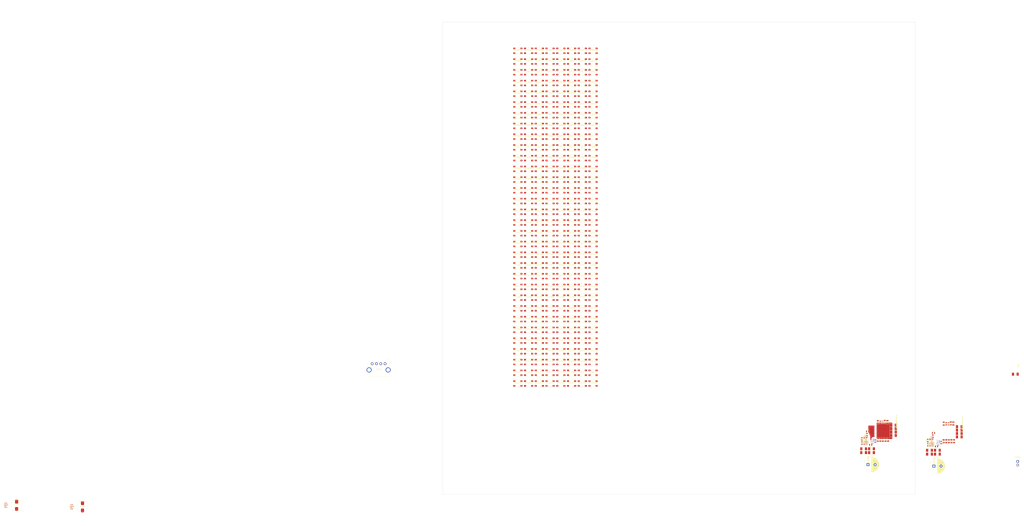
<source format=kicad_pcb>
(kicad_pcb (version 20211014) (generator pcbnew)
  (title_block (title "Shiny LED panel") (date "2022-11-16") (rev "0.1"))
  (layers (0 "F.Cu" signal) (1 "In1.Cu" signal) (2 "In2.Cu" signal) (31 "B.Cu" signal) (34 "B.Paste" user) (35 "F.Paste" user) (36 "B.SilkS" user "B.Silkscreen") (37 "F.SilkS" user "F.Silkscreen") (38 "B.Mask" user) (39 "F.Mask" user) (44 "Edge.Cuts" user))
  (net 0 "")
  (net 1 "GND")
  (net 2 "/Power Lane 0/PW_ENABLE")
  (net 3 "Net-(R201-Pad2)")
  (net 5 "/Power Lane 0/19V")
  (net 6 "Net-(C207-Pad1)")
  (net 7 "Net-(U201-Pad9)")
  (net 8 "Net-(C208-Pad1)")
  (net 9 "Net-(R203-Pad2)")
  (net 10 "Net-(R205-Pad1)")
  (net 11 "/Power Lane 0/POWER_OUT")
  (net 12 "Net-(U201-Pad6)")
  (net 13 "/Power Lane 0/PG")
  (net 14 "Net-(J3001-Pad2)")
  (net 15 "/Lane 0/LANE_POWER")
  (net 16 "Net-(C219-Pad2)")
  (net 17 "Net-(R212-Pad2)")
  (net 18 "Net-(U3001-Pad2)")
  (net 19 "Net-(U3002-Pad2)")
  (net 20 "Net-(U3003-Pad2)")
  (net 21 "Net-(U3004-Pad2)")
  (net 22 "Net-(U3005-Pad2)")
  (net 23 "Net-(U3006-Pad2)")
  (net 24 "Net-(U3007-Pad2)")
  (net 25 "Net-(U3008-Pad2)")
  (net 26 "Net-(U3009-Pad2)")
  (net 27 "Net-(U3010-Pad2)")
  (net 28 "Net-(U3011-Pad2)")
  (net 29 "Net-(U3012-Pad2)")
  (net 30 "Net-(U3013-Pad2)")
  (net 31 "Net-(U3014-Pad2)")
  (net 32 "Net-(U3015-Pad2)")
  (net 33 "Net-(U3016-Pad2)")
  (net 34 "Net-(U3017-Pad2)")
  (net 35 "Net-(U3017-Pad1)")
  (net 36 "Net-(U3018-Pad2)")
  (net 37 "Net-(U3019-Pad2)")
  (net 38 "Net-(U3020-Pad2)")
  (net 39 "Net-(U3021-Pad2)")
  (net 40 "Net-(U3022-Pad2)")
  (net 41 "Net-(U3023-Pad2)")
  (net 42 "Net-(U3024-Pad2)")
  (net 43 "Net-(U3025-Pad2)")
  (net 44 "Net-(U3026-Pad2)")
  (net 45 "Net-(U3027-Pad2)")
  (net 46 "Net-(U3028-Pad2)")
  (net 47 "Net-(U3029-Pad2)")
  (net 48 "Net-(U3030-Pad2)")
  (net 49 "Net-(U3031-Pad2)")
  (net 50 "Net-(U3032-Pad2)")
  (net 51 "Net-(U3033-Pad2)")
  (net 52 "Net-(U3033-Pad1)")
  (net 53 "Net-(U3034-Pad2)")
  (net 54 "Net-(U3035-Pad2)")
  (net 55 "Net-(U3036-Pad2)")
  (net 56 "Net-(U3037-Pad2)")
  (net 57 "Net-(U3038-Pad2)")
  (net 58 "Net-(U3039-Pad2)")
  (net 59 "Net-(U3040-Pad2)")
  (net 60 "Net-(U3041-Pad2)")
  (net 61 "Net-(U3042-Pad2)")
  (net 62 "Net-(U3043-Pad2)")
  (net 63 "Net-(U3044-Pad2)")
  (net 64 "Net-(U3045-Pad2)")
  (net 65 "Net-(U3046-Pad2)")
  (net 66 "Net-(U3047-Pad2)")
  (net 67 "Net-(U3048-Pad2)")
  (net 68 "Net-(U3049-Pad2)")
  (net 69 "Net-(U3049-Pad1)")
  (net 70 "Net-(U3050-Pad2)")
  (net 71 "Net-(U3051-Pad2)")
  (net 72 "Net-(U3052-Pad2)")
  (net 73 "Net-(U3053-Pad2)")
  (net 74 "Net-(U3054-Pad2)")
  (net 75 "Net-(U3055-Pad2)")
  (net 76 "Net-(U3056-Pad2)")
  (net 77 "Net-(U3057-Pad2)")
  (net 78 "Net-(U3058-Pad2)")
  (net 79 "Net-(U3059-Pad2)")
  (net 80 "Net-(U3060-Pad2)")
  (net 81 "Net-(U3061-Pad2)")
  (net 82 "Net-(U3062-Pad2)")
  (net 83 "Net-(U3063-Pad2)")
  (net 84 "Net-(U3064-Pad2)")
  (net 85 "Net-(U3065-Pad2)")
  (net 86 "Net-(U3065-Pad1)")
  (net 87 "Net-(U3066-Pad2)")
  (net 88 "Net-(U3067-Pad2)")
  (net 89 "Net-(U3068-Pad2)")
  (net 90 "Net-(U3069-Pad2)")
  (net 91 "Net-(U3070-Pad2)")
  (net 92 "Net-(U3071-Pad2)")
  (net 93 "Net-(U3072-Pad2)")
  (net 94 "Net-(U3073-Pad2)")
  (net 95 "Net-(U3074-Pad2)")
  (net 96 "Net-(U3075-Pad2)")
  (net 97 "Net-(U3076-Pad2)")
  (net 98 "Net-(U3077-Pad2)")
  (net 99 "Net-(U3078-Pad2)")
  (net 100 "Net-(U3079-Pad2)")
  (net 101 "Net-(U3080-Pad2)")
  (net 102 "Net-(U3081-Pad2)")
  (net 103 "Net-(U3081-Pad1)")
  (net 104 "Net-(U3082-Pad2)")
  (net 105 "Net-(U3083-Pad2)")
  (net 106 "Net-(U3084-Pad2)")
  (net 107 "Net-(U3085-Pad2)")
  (net 108 "Net-(U3086-Pad2)")
  (net 109 "Net-(U3087-Pad2)")
  (net 110 "Net-(U3088-Pad2)")
  (net 111 "Net-(U3089-Pad2)")
  (net 112 "Net-(U3090-Pad2)")
  (net 113 "Net-(U3091-Pad2)")
  (net 114 "Net-(U3092-Pad2)")
  (net 115 "Net-(U3093-Pad2)")
  (net 116 "Net-(U3094-Pad2)")
  (net 117 "Net-(U3095-Pad2)")
  (net 118 "Net-(U3096-Pad2)")
  (net 119 "Net-(U3097-Pad2)")
  (net 120 "Net-(U3097-Pad1)")
  (net 121 "Net-(U3098-Pad2)")
  (net 122 "Net-(U3099-Pad2)")
  (net 123 "Net-(U3100-Pad2)")
  (net 124 "Net-(U3101-Pad2)")
  (net 125 "Net-(U3102-Pad2)")
  (net 126 "Net-(U3103-Pad2)")
  (net 127 "Net-(U3104-Pad2)")
  (net 128 "Net-(U3105-Pad2)")
  (net 129 "Net-(U3106-Pad2)")
  (net 130 "Net-(U3107-Pad2)")
  (net 131 "Net-(U3108-Pad2)")
  (net 132 "Net-(U3109-Pad2)")
  (net 133 "Net-(U3110-Pad2)")
  (net 134 "Net-(U3111-Pad2)")
  (net 135 "Net-(U3112-Pad2)")
  (net 136 "Net-(U3113-Pad2)")
  (net 137 "Net-(U3113-Pad1)")
  (net 138 "Net-(U3114-Pad2)")
  (net 139 "Net-(U3115-Pad2)")
  (net 140 "Net-(U3116-Pad2)")
  (net 141 "Net-(U3117-Pad2)")
  (net 142 "Net-(U3118-Pad2)")
  (net 143 "Net-(U3119-Pad2)")
  (net 144 "Net-(U3120-Pad2)")
  (net 145 "Net-(U3121-Pad2)")
  (net 146 "Net-(U3122-Pad2)")
  (net 147 "Net-(U3123-Pad2)")
  (net 148 "Net-(U3124-Pad2)")
  (net 149 "Net-(U3125-Pad2)")
  (net 150 "Net-(U3126-Pad2)")
  (net 151 "/Lane 0/LANE_DIN")
  (net 152 "Net-(U3127-Pad2)")
  (net 153 "Net-(U3128-Pad2)")
  (net 154 "Net-(U3129-Pad2)")
  (net 155 "Net-(U3129-Pad1)")
  (net 156 "Net-(U3130-Pad2)")
  (net 157 "Net-(U3131-Pad2)")
  (net 158 "Net-(U3132-Pad2)")
  (net 159 "Net-(U3133-Pad2)")
  (net 160 "Net-(U3134-Pad2)")
  (net 161 "Net-(U3135-Pad2)")
  (net 162 "Net-(U3136-Pad2)")
  (net 163 "Net-(U3137-Pad2)")
  (net 164 "Net-(U3138-Pad2)")
  (net 165 "Net-(U3139-Pad2)")
  (net 166 "Net-(U3140-Pad2)")
  (net 167 "Net-(U3141-Pad2)")
  (net 168 "Net-(U3142-Pad2)")
  (net 169 "Net-(U3143-Pad2)")
  (net 170 "Net-(U3144-Pad2)")
  (net 171 "Net-(U3145-Pad2)")
  (net 172 "Net-(U3145-Pad1)")
  (net 173 "Net-(U3146-Pad2)")
  (net 174 "Net-(U3147-Pad2)")
  (net 175 "Net-(U3148-Pad2)")
  (net 176 "Net-(U3149-Pad2)")
  (net 177 "Net-(U3150-Pad2)")
  (net 178 "Net-(U3151-Pad2)")
  (net 179 "Net-(U3152-Pad2)")
  (net 180 "Net-(U3153-Pad2)")
  (net 181 "Net-(U3154-Pad2)")
  (net 182 "Net-(U3155-Pad2)")
  (net 183 "Net-(U3156-Pad2)")
  (net 184 "Net-(U3157-Pad2)")
  (net 185 "Net-(U3158-Pad2)")
  (net 186 "Net-(U3159-Pad2)")
  (net 187 "Net-(U3160-Pad2)")
  (net 188 "Net-(U3161-Pad2)")
  (net 189 "Net-(U3161-Pad1)")
  (net 190 "Net-(U3162-Pad2)")
  (net 191 "Net-(U3163-Pad2)")
  (net 192 "Net-(U3164-Pad2)")
  (net 193 "Net-(U3165-Pad2)")
  (net 194 "Net-(U3166-Pad2)")
  (net 195 "Net-(U3167-Pad2)")
  (net 196 "Net-(U3168-Pad2)")
  (net 197 "Net-(U3169-Pad2)")
  (net 198 "Net-(U3170-Pad2)")
  (net 199 "Net-(U3171-Pad2)")
  (net 200 "Net-(U3172-Pad2)")
  (net 201 "Net-(U3173-Pad2)")
  (net 202 "Net-(U3174-Pad2)")
  (net 203 "Net-(U3175-Pad2)")
  (net 204 "Net-(U3176-Pad2)")
  (net 205 "Net-(U3177-Pad2)")
  (net 206 "Net-(U3177-Pad1)")
  (net 207 "Net-(U3178-Pad2)")
  (net 208 "Net-(U3179-Pad2)")
  (net 209 "Net-(U3180-Pad2)")
  (net 210 "Net-(U3181-Pad2)")
  (net 211 "Net-(U3182-Pad2)")
  (net 212 "Net-(U3183-Pad2)")
  (net 213 "Net-(U3184-Pad2)")
  (net 214 "Net-(U3185-Pad2)")
  (net 215 "Net-(U3186-Pad2)")
  (net 216 "Net-(U3187-Pad2)")
  (net 217 "Net-(U3188-Pad2)")
  (net 218 "Net-(U3189-Pad2)")
  (net 219 "Net-(U3190-Pad2)")
  (net 220 "Net-(U3191-Pad2)")
  (net 221 "Net-(U3192-Pad2)")
  (net 222 "Net-(U3193-Pad2)")
  (net 223 "Net-(U3193-Pad1)")
  (net 224 "Net-(U3194-Pad2)")
  (net 225 "Net-(U3195-Pad2)")
  (net 226 "Net-(U3196-Pad2)")
  (net 227 "Net-(U3197-Pad2)")
  (net 228 "Net-(U3198-Pad2)")
  (net 229 "Net-(U3199-Pad2)")
  (net 230 "Net-(U3200-Pad2)")
  (net 231 "Net-(U3201-Pad2)")
  (net 232 "Net-(U3202-Pad2)")
  (net 233 "Net-(U3203-Pad2)")
  (net 234 "Net-(U3204-Pad2)")
  (net 235 "Net-(U3205-Pad2)")
  (net 236 "Net-(U3206-Pad2)")
  (net 237 "Net-(U3207-Pad2)")
  (net 238 "Net-(U3208-Pad2)")
  (net 239 "Net-(U3209-Pad2)")
  (net 240 "Net-(U3209-Pad1)")
  (net 241 "Net-(U3210-Pad2)")
  (net 242 "Net-(U3211-Pad2)")
  (net 243 "Net-(U3212-Pad2)")
  (net 244 "Net-(U3213-Pad2)")
  (net 245 "Net-(U3214-Pad2)")
  (net 246 "Net-(U3215-Pad2)")
  (net 247 "Net-(U3216-Pad2)")
  (net 248 "Net-(U3217-Pad2)")
  (net 249 "Net-(U3218-Pad2)")
  (net 250 "Net-(U3219-Pad2)")
  (net 251 "Net-(U3220-Pad2)")
  (net 252 "Net-(U3221-Pad2)")
  (net 253 "Net-(U3222-Pad2)")
  (net 254 "Net-(U3223-Pad2)")
  (net 255 "Net-(U3224-Pad2)")
  (net 256 "Net-(U3225-Pad2)")
  (net 257 "Net-(U3225-Pad1)")
  (net 258 "Net-(U3226-Pad2)")
  (net 259 "Net-(U3227-Pad2)")
  (net 260 "Net-(U3228-Pad2)")
  (net 261 "Net-(U3229-Pad2)")
  (net 262 "Net-(U3230-Pad2)")
  (net 263 "Net-(U3231-Pad2)")
  (net 264 "Net-(U3232-Pad2)")
  (net 265 "Net-(U3233-Pad2)")
  (net 266 "Net-(U3234-Pad2)")
  (net 267 "Net-(U3235-Pad2)")
  (net 268 "Net-(U3236-Pad2)")
  (net 269 "Net-(U3237-Pad2)")
  (net 270 "Net-(U3238-Pad2)")
  (net 271 "Net-(U3239-Pad2)")
  (net 272 "Net-(U3240-Pad2)")
  (net 273 "Net-(U3241-Pad2)")
  (net 274 "Net-(U3241-Pad1)")
  (net 275 "Net-(U3242-Pad2)")
  (net 276 "Net-(U3243-Pad2)")
  (net 277 "Net-(U3244-Pad2)")
  (net 278 "Net-(U3245-Pad2)")
  (net 279 "Net-(U3246-Pad2)")
  (net 280 "Net-(U3247-Pad2)")
  (net 281 "Net-(U3248-Pad2)")
  (net 282 "Net-(U3249-Pad2)")
  (net 283 "Net-(U3250-Pad2)")
  (net 284 "Net-(U3251-Pad2)")
  (net 285 "Net-(U3252-Pad2)")
  (net 286 "Net-(U3253-Pad2)")
  (net 287 "Net-(C407-Pad2)")
  (net 288 "Net-(C408-Pad1)")
  (net 289 "Net-(C410-Pad1)")
  (net 290 "/Power Lane 1/PW_ENABLE")
  (net 291 "Net-(R401-Pad2)")
  (net 292 "Net-(R403-Pad2)")
  (net 293 "Net-(R405-Pad1)")
  (net 294 "/Power Lane 1/PG")
  (net 295 "Net-(R408-Pad1)")
  (net 296 "/Power Lane 1/POWER_OUT")
  (net 298 "/Power Lane 0/SW")
  (net 299 "/Power Lane 0/POUT_SW")
  (net 300 "/Power Lane 1/SW")
  (net 301 "/Power Lane 1/POUT_SW")
  (net 302 "Net-(U3254-Pad2)")
  (net 303 "Net-(U3255-Pad2)")
  (footprint "WorldSemi:WS2812B_50x50" (layer "F.Cu") (at 219.4 231)
    (fp_text reference "U3190")
    (fp_text value "WS2812B")
  )
  (footprint "WorldSemi:WS2812B_50x50" (layer "F.Cu") (at 211.9 73.5)
    (fp_text reference "U3021")
    (fp_text value "WS2812B")
  )
  (footprint "WorldSemi:WS2812B_50x50" (layer "F.Cu") (at 219.4 58.5)
    (fp_text reference "U3006")
    (fp_text value "WS2812B")
  )
  (footprint "WorldSemi:WS2812B_50x50" (layer "F.Cu") (at 204.4 163.5)
    (fp_text reference "U3116")
    (fp_text value "WS2812B")
  )
  (footprint "General_SMD:SM1206" (layer "F.Cu") (at 529.209 284.48)
    (fp_text reference "R101")
    (fp_text value "RES_1206" hide)
  )
  (footprint "WorldSemi:WS2812B_50x50" (layer "F.Cu") (at 234.4 193.5)
    (fp_text reference "U3152")
    (fp_text value "WS2812B")
  )
  (footprint "WorldSemi:WS2812B_50x50" (layer "F.Cu") (at 234.4 171)
    (fp_text reference "U3128")
    (fp_text value "WS2812B")
  )
  (footprint "WorldSemi:WS2812B_50x50" (layer "F.Cu") (at 189.4 73.5)
    (fp_text reference "U3018")
    (fp_text value "WS2812B")
  )
  (footprint "WorldSemi:WS2812B_50x50" (layer "F.Cu") (at 181.9 66)
    (fp_text reference "U3009")
    (fp_text value "WS2812B")
  )
  (footprint "General_SMD:SM1206" (layer "F.Cu") (at 428.800001 339.3 180)
    (fp_text reference "C201")
    (fp_text value "10uF - 50V" hide)
  )
  (footprint "WorldSemi:WS2812B_50x50" (layer "F.Cu") (at 181.9 201)
    (fp_text reference "U3153")
    (fp_text value "WS2812B")
  )
  (footprint "General_SMD:SM1206" (layer "F.Cu") (at 444.099999 322.500001)
    (fp_text reference "R210")
    (fp_text value "0" hide)
  )
  (footprint "WorldSemi:WS2812B_50x50" (layer "F.Cu") (at 204.4 156)
    (fp_text reference "U3108")
    (fp_text value "WS2812B")
  )
  (footprint "WorldSemi:WS2812B_50x50" (layer "F.Cu") (at 234.4 148.5)
    (fp_text reference "U3104")
    (fp_text value "WS2812B")
  )
  (footprint "General_SMD:SM0603" (layer "F.Cu") (at 424.400001 328.900001)
    (fp_text reference "C219")
    (fp_text value "1uF" hide)
  )
  (footprint "WorldSemi:WS2812B_50x50" (layer "F.Cu") (at 181.9 171)
    (fp_text reference "U3121")
    (fp_text value "WS2812B")
  )
  (footprint "WorldSemi:WS2812B_50x50" (layer "F.Cu") (at 204.4 66)
    (fp_text reference "U3012")
    (fp_text value "WS2812B")
  )
  (footprint "WorldSemi:WS2812B_50x50" (layer "F.Cu") (at 196.9 73.5)
    (fp_text reference "U3019")
    (fp_text value "WS2812B")
  )
  (footprint "WorldSemi:WS2812B_50x50" (layer "F.Cu") (at 219.4 216)
    (fp_text reference "U3174")
    (fp_text value "WS2812B")
  )
  (footprint "WorldSemi:WS2812B_50x50" (layer "F.Cu") (at 234.4 276)
    (fp_text reference "U3240")
    (fp_text value "WS2812B")
  )
  (footprint "WorldSemi:WS2812B_50x50" (layer "F.Cu") (at 196.9 246)
    (fp_text reference "U3203")
    (fp_text value "WS2812B")
  )
  (footprint "WorldSemi:WS2812B_50x50" (layer "F.Cu") (at 204.4 148.5)
    (fp_text reference "U3100")
    (fp_text value "WS2812B")
  )
  (footprint "WorldSemi:WS2812B_50x50" (layer "F.Cu") (at 196.9 268.5)
    (fp_text reference "U3227")
    (fp_text value "WS2812B")
  )
  (footprint "WorldSemi:WS2812B_50x50" (layer "F.Cu") (at 189.4 103.5)
    (fp_text reference "U3050")
    (fp_text value "WS2812B")
  )
  (footprint "General_SMD:SM0402" (layer "F.Cu") (at 424.999999 332.3 90)
    (fp_text reference "R204")
    (fp_text value "43k" hide)
  )
  (footprint "WorldSemi:WS2812B_50x50" (layer "F.Cu") (at 211.9 216)
    (fp_text reference "U3173")
    (fp_text value "WS2812B")
  )
  (footprint "WorldSemi:WS2812B_50x50" (layer "F.Cu") (at 196.9 178.5)
    (fp_text reference "U3131")
    (fp_text value "WS2812B")
  )
  (footprint "WorldSemi:WS2812B_50x50" (layer "F.Cu") (at 204.4 238.5)
    (fp_text reference "U3196")
    (fp_text value "WS2812B")
  )
  (footprint "WorldSemi:WS2812B_50x50" (layer "F.Cu") (at 204.4 171)
    (fp_text reference "U3124")
    (fp_text value "WS2812B")
  )
  (footprint "WorldSemi:WS2812B_50x50" (layer "F.Cu") (at 234.4 253.5)
    (fp_text reference "U3216")
    (fp_text value "WS2812B")
  )
  (footprint "General_SMD:SM0805" (layer "F.Cu") (at 486.3365 331.3255 90)
    (fp_text reference "C415")
    (fp_text value "10uF - 16V" hide)
  )
  (footprint "General_SMD:SM0603" (layer "F.Cu") (at 428.2 333.900001 180)
    (fp_text reference "C206")
    (fp_text value "100nF" hide)
  )
  (footprint "WorldSemi:WS2812B_50x50" (layer "F.Cu") (at 181.9 223.5)
    (fp_text reference "U3177")
    (fp_text value "WS2812B")
  )
  (footprint "WorldSemi:WS2812B_50x50" (layer "F.Cu") (at 211.9 253.5)
    (fp_text reference "U3213")
    (fp_text value "WS2812B")
  )
  (footprint "WorldSemi:WS2812B_50x50" (layer "F.Cu") (at 211.9 96)
    (fp_text reference "U3045")
    (fp_text value "WS2812B")
  )
  (footprint "WorldSemi:WS2812B_50x50" (layer "F.Cu") (at 204.4 193.5)
    (fp_text reference "U3148")
    (fp_text value "WS2812B")
  )
  (footprint "WorldSemi:WS2812B_50x50" (layer "F.Cu") (at 226.9 276)
    (fp_text reference "U3239")
    (fp_text value "WS2812B")
  )
  (footprint "General_SMD:SM1206" (layer "F.Cu") (at 490.100001 321.1525)
    (fp_text reference "R414")
    (fp_text value "0" hide)
  )
  (footprint "Capacitor_THT:CP_Radial_D10.0mm_P5.00mm" (layer "F.Cu") (at 472.332324 348.752502)
    (fp_text reference "C401")
    (fp_text value "100uF")
  )
  (footprint "General_SMD:SM1206" (layer "F.Cu") (at 444.1 327.299999)
    (fp_text reference "R208")
    (fp_text value "0" hide)
  )
  (footprint "WorldSemi:WS2812B_50x50" (layer "F.Cu") (at 219.4 141)
    (fp_text reference "U3094")
    (fp_text value "WS2812B")
  )
  (footprint "WorldSemi:WS2812B_50x50" (layer "F.Cu") (at 226.9 96)
    (fp_text reference "U3047")
    (fp_text value "WS2812B")
  )
  (footprint "WorldSemi:WS2812B_50x50" (layer "F.Cu") (at 219.4 246)
    (fp_text reference "U3206")
    (fp_text value "WS2812B")
  )
  (footprint "WorldSemi:WS2812B_50x50" (layer "F.Cu") (at 196.9 111)
    (fp_text reference "U3059")
    (fp_text value "WS2812B")
  )
  (footprint "WorldSemi:WS2812B_50x50" (layer "F.Cu") (at 196.9 283.5)
    (fp_text reference "U3243")
    (fp_text value "WS2812B")
  )
  (footprint "WorldSemi:WS2812B_50x50" (layer "F.Cu") (at 234.4 126)
    (fp_text reference "U3080")
    (fp_text value "WS2812B")
  )
  (footprint "WorldSemi:WS2812B_50x50" (layer "F.Cu") (at 189.4 88.5)
    (fp_text reference "U3034")
    (fp_text value "WS2812B")
  )
  (footprint "WorldSemi:WS2812B_50x50" (layer "F.Cu") (at 204.4 178.5)
    (fp_text reference "U3132")
    (fp_text value "WS2812B")
  )
  (footprint "General_SMD:SM1206" (layer "F.Cu") (at 423.3 336.6)
    (fp_text reference "C202")
    (fp_text value "10uF - 50V" hide)
  )
  (footprint "General_SMD:SM0603" (layer "F.Cu") (at 481.000001 319.152501 -90)
    (fp_text reference "C420")
    (fp_text value "100nF" hide)
  )
  (footprint "WorldSemi:WS2812B_50x50" (layer "F.Cu") (at 219.4 88.5)
    (fp_text reference "U3038")
    (fp_text value "WS2812B")
  )
  (footprint "WorldSemi:WS2812B_50x50" (layer "F.Cu") (at 211.9 178.5)
    (fp_text reference "U3133")
    (fp_text value "WS2812B")
  )
  (footprint "WorldSemi:WS2812B_50x50" (layer "F.Cu") (at 196.9 291)
    (fp_text reference "U3251")
    (fp_text value "WS2812B")
  )
  (footprint "WorldSemi:WS2812B_50x50" (layer "F.Cu") (at 226.9 246)
    (fp_text reference "U3207")
    (fp_text value "WS2812B")
  )
  (footprint "WorldSemi:WS2812B_50x50" (layer "F.Cu") (at 211.9 58.5)
    (fp_text reference "U3005")
    (fp_text value "WS2812B")
  )
  (footprint "WorldSemi:WS2812B_50x50" (layer "F.Cu") (at 219.4 96)
    (fp_text reference "U3046")
    (fp_text value "WS2812B")
  )
  (footprint "WorldSemi:WS2812B_50x50" (layer "F.Cu") (at 219.4 163.5)
    (fp_text reference "U3118")
    (fp_text value "WS2812B")
  )
  (footprint "General_SMD:SM0402" (layer "F.Cu") (at 471 333.3525 90)
    (fp_text reference "R410")
    (fp_text value "43k" hide)
  )
  (footprint "WorldSemi:WS2812B_50x50" (layer "F.Cu") (at 189.4 163.5)
    (fp_text reference "U3114")
    (fp_text value "WS2812B")
  )
  (footprint "WorldSemi:WS2812B_50x50" (layer "F.Cu") (at 204.4 261)
    (fp_text reference "U3220")
    (fp_text value "WS2812B")
  )
  (footprint "WorldSemi:WS2812B_50x50" (layer "F.Cu") (at 204.4 223.5)
    (fp_text reference "U3180")
    (fp_text value "WS2812B")
  )
  (footprint "WorldSemi:WS2812B_50x50" (layer "F.Cu") (at 204.4 111)
    (fp_text reference "U3060")
    (fp_text value "WS2812B")
  )
  (footprint "WorldSemi:WS2812B_50x50" (layer "F.Cu") (at 211.9 276)
    (fp_text reference "U3237")
    (fp_text value "WS2812B")
  )
  (footprint "WorldSemi:WS2812B_50x50" (layer "F.Cu") (at 189.4 118.5)
    (fp_text reference "U3066")
    (fp_text value "WS2812B")
  )
  (footprint "WorldSemi:WS2812B_50x50" (layer "F.Cu") (at 234.4 163.5)
    (fp_text reference "U3120")
    (fp_text value "WS2812B")
  )
  (footprint "WorldSemi:WS2812B_50x50" (layer "F.Cu") (at 211.9 186)
    (fp_text reference "U3141")
    (fp_text value "WS2812B")
  )
  (footprint "WorldSemi:WS2812B_50x50" (layer "F.Cu") (at 196.9 261)
    (fp_text reference "U3219")
    (fp_text value "WS2812B")
  )
  (footprint "WorldSemi:WS2812B_50x50" (layer "F.Cu") (at 181.9 216)
    (fp_text reference "U3169")
    (fp_text value "WS2812B")
  )
  (footprint "General_SMD:SM1206" (layer "F.Cu") (at 490.1 323.552501)
    (fp_text reference "R413")
    (fp_text value "0" hide)
  )
  (footprint "General_SMD:SM0402" (layer "F.Cu") (at 471.000002 331.752501 -90)
    (fp_text reference "R409")
    (fp_text value "9.53k" hide)
  )
  (footprint "WorldSemi:WS2812B_50x50" (layer "F.Cu") (at 189.4 193.5)
    (fp_text reference "U3146")
    (fp_text value "WS2812B")
  )
  (footprint "WorldSemi:WS2812B_50x50" (layer "F.Cu") (at 219.4 156)
    (fp_text reference "U3110")
    (fp_text value "WS2812B")
  )
  (footprint "WorldSemi:WS2812B_50x50" (layer "F.Cu") (at 234.4 103.5)
    (fp_text reference "U3056")
    (fp_text value "WS2812B")
  )
  (footprint "WorldSemi:WS2812B_50x50" (layer "F.Cu") (at 189.4 126)
    (fp_text reference "U3074")
    (fp_text value "WS2812B")
  )
  (footprint "WorldSemi:WS2812B_50x50" (layer "F.Cu") (at 219.4 126)
    (fp_text reference "U3078")
    (fp_text value "WS2812B")
  )
  (footprint "WorldSemi:WS2812B_50x50" (layer "F.Cu") (at 204.4 283.5)
    (fp_text reference "U3244")
    (fp_text value "WS2812B")
  )
  (footprint "General_SMD:SM1206" (layer "F.Cu") (at 469.300001 337.6525)
    (fp_text reference "C403")
    (fp_text value "10uF - 50V" hide)
  )
  (footprint "WorldSemi:WS2812B_50x50" (layer "F.Cu") (at 234.4 66)
    (fp_text reference "U3016")
    (fp_text value "WS2812B")
  )
  (footprint "WorldSemi:WS2812B_50x50" (layer "F.Cu") (at 196.9 186)
    (fp_text reference "U3139")
    (fp_text value "WS2812B")
  )
  (footprint "General_SMD:SM0805" (layer "F.Cu") (at 484.184002 318.8795 -90)
    (fp_text reference "C417")
    (fp_text value "10uF - 16V" hide)
  )
  (footprint "General_SMD:SM0805" (layer "F.Cu") (at 434.9 330.300001 90)
    (fp_text reference "C210")
    (fp_text value "10uF - 16V" hide)
  )
  (footprint "WorldSemi:WS2812B_50x50" (layer "F.Cu") (at 234.4 208.5)
    (fp_text reference "U3168")
    (fp_text value "WS2812B")
  )
  (footprint "General_SMD:SM0603" (layer "F.Cu") (at 422.100001 329.7 90)
    (fp_text reference "R206")
    (fp_text value "NC" hide)
  )
  (footprint "WorldSemi:WS2812B_50x50" (layer "F.Cu") (at 196.9 96)
    (fp_text reference "U3043")
    (fp_text value "WS2812B")
  )
  (footprint "WorldSemi:WS2812B_50x50" (layer "F.Cu") (at 211.9 171)
    (fp_text reference "U3125")
    (fp_text value "WS2812B")
  )
  (footprint "WorldSemi:WS2812B_50x50" (layer "F.Cu") (at 189.4 178.5)
    (fp_text reference "U3130")
    (fp_text value "WS2812B")
  )
  (footprint "WorldSemi:WS2812B_50x50" (layer "F.Cu") (at 181.9 268.5)
    (fp_text reference "U3225")
    (fp_text value "WS2812B")
  )
  (footprint "WorldSemi:WS2812B_50x50" (layer "F.Cu") (at 181.9 193.5)
    (fp_text reference "U3145")
    (fp_text value "WS2812B")
  )
  (footprint "WorldSemi:WS2812B_50x50" (layer "F.Cu") (at 226.9 111)
    (fp_text reference "U3063")
    (fp_text value "WS2812B")
  )
  (footprint "WorldSemi:WS2812B_50x50" (layer "F.Cu") (at 196.9 133.5)
    (fp_text reference "U3083")
    (fp_text value "WS2812B")
  )
  (footprint "WorldSemi:WS2812B_50x50" (layer "F.Cu") (at 211.9 111)
    (fp_text reference "U3061")
    (fp_text value "WS2812B")
  )
  (footprint "WorldSemi:WS2812B_50x50" (layer "F.Cu") (at 181.9 103.5)
    (fp_text reference "U3049")
    (fp_text value "WS2812B")
  )
  (footprint "WorldSemi:WS2812B_50x50" (layer "F.Cu") (at 196.9 126)
    (fp_text reference "U3075")
    (fp_text value "WS2812B")
  )
  (footprint "WorldSemi:WS2812B_50x50" (layer "F.Cu") (at 204.4 208.5)
    (fp_text reference "U3164")
    (fp_text value "WS2812B")
  )
  (footprint "WorldSemi:WS2812B_50x50" (layer "F.Cu") (at 234.4 88.5)
    (fp_text reference "U3040")
    (fp_text value "WS2812B")
  )
  (footprint "WorldSemi:WS2812B_50x50" (layer "F.Cu") (at 204.4 291)
    (fp_text reference "U3252")
    (fp_text value "WS2812B")
  )
  (footprint "General_SMD:SM1206" (layer "F.Cu") (at 490.100001 328.352499)
    (fp_text reference "R411")
    (fp_text value "0" hide)
  )
  (footprint "WorldSemi:WS2812B_50x50" (layer "F.Cu") (at 234.4 223.5)
    (fp_text reference "U3184")
    (fp_text value "WS2812B")
  )
  (footprint "WorldSemi:WS2812B_50x50" (layer "F.Cu") (at 211.9 88.5)
    (fp_text reference "U3037")
    (fp_text value "WS2812B")
  )
  (footprint "WorldSemi:WS2812B_50x50" (layer "F.Cu") (at 226.9 268.5)
    (fp_text reference "U3231")
    (fp_text value "WS2812B")
  )
  (footprint "General_SMD:SM1206" (layer "F.Cu") (at 474.800002 340.3525 180)
    (fp_text reference "C402")
    (fp_text value "10uF - 50V" hide)
  )
  (footprint "WorldSemi:WS2812B_50x50" (layer "F.Cu") (at 189.4 156)
    (fp_text reference "U3106")
    (fp_text value "WS2812B")
  )
  (footprint "WorldSemi:WS2812B_50x50" (layer "F.Cu") (at 219.4 133.5)
    (fp_text reference "U3086")
    (fp_text value "WS2812B")
  )
  (footprint "WorldSemi:WS2812B_50x50" (layer "F.Cu") (at 204.4 141)
    (fp_text reference "U3092")
    (fp_text value "WS2812B")
  )
  (footprint "WorldSemi:WS2812B_50x50" (layer "F.Cu") (at 219.4 148.5)
    (fp_text reference "U3102")
    (fp_text value "WS2812B")
  )
  (footprint "WorldSemi:WS2812B_50x50" (layer "F.Cu") (at 181.9 88.5)
    (fp_text reference "U3033")
    (fp_text value "WS2812B")
  )
  (footprint "WorldSemi:WS2812B_50x50" (layer "F.Cu") (at 181.9 96)
    (fp_text reference "U3041")
    (fp_text value "WS2812B")
  )
  (footprint "WorldSemi:WS2812B_50x50" (layer "F.Cu") (at 226.9 171)
    (fp_text reference "U3127")
    (fp_text value "WS2812B")
  )
  (footprint "WorldSemi:WS2812B_50x50" (layer "F.Cu") (at 189.4 133.5)
    (fp_text reference "U3082")
    (fp_text value "WS2812B")
  )
  (footprint "WorldSemi:WS2812B_50x50" (layer "F.Cu") (at 226.9 118.5)
    (fp_text reference "U3071")
    (fp_text value "WS2812B")
  )
  (footprint "WorldSemi:WS2812B_50x50" (layer "F.Cu") (at 181.9 276)
    (fp_text reference "U3233")
    (fp_text value "WS2812B")
  )
  (footprint "WorldSemi:WS2812B_50x50" (layer "F.Cu") (at 219.4 253.5)
    (fp_text reference "U3214")
    (fp_text value "WS2812B")
  )
  (footprint "WorldSemi:WS2812B_50x50" (layer "F.Cu") (at 196.9 58.5)
    (fp_text reference "U3003")
    (fp_text value "WS2812B")
  )
  (footprint "WorldSemi:WS2812B_50x50" (layer "F.Cu") (at 226.9 73.5)
    (fp_text reference "U3023")
    (fp_text value "WS2812B")
  )
  (footprint "WorldSemi:WS2812B_50x50" (layer "F.Cu") (at 181.9 163.5)
    (fp_text reference "U3113")
    (fp_text value "WS2812B")
  )
  (footprint "WorldSemi:WS2812B_50x50" (layer "F.Cu") (at 204.4 231)
    (fp_text reference "U3188")
    (fp_text value "WS2812B")
  )
  (footprint "WorldSemi:WS2812B_50x50" (layer "F.Cu") (at 204.4 118.5)
    (fp_text reference "U3068")
    (fp_text value "WS2812B")
  )
  (footprint "WorldSemi:WS2812B_50x50" (layer "F.Cu") (at 226.9 208.5)
    (fp_text reference "U3167")
    (fp_text value "WS2812B")
  )
  (footprint "WorldSemi:WS2812B_50x50" (layer "F.Cu") (at 211.9 103.5)
    (fp_text reference "U3053")
    (fp_text value "WS2812B")
  )
  (footprint "WorldSemi:WS2812B_50x50" (layer "F.Cu") (at 211.9 148.5)
    (fp_text reference "U3101")
    (fp_text value "WS2812B")
  )
  (footprint "WorldSemi:WS2812B_50x50" (layer "F.Cu") (at 234.4 283.5)
    (fp_text reference "U3248")
    (fp_text value "WS2812B")
  )
  (footprint "WorldSemi:WS2812B_50x50" (layer "F.Cu") (at 234.4 291)
    (fp_text reference "U3256")
    (fp_text value "WS2812B")
  )
  (footprint "WorldSemi:WS2812B_50x50" (layer "F.Cu") (at 234.4 133.5)
    (fp_text reference "U3088")
    (fp_text value "WS2812B")
  )
  (footprint "WorldSemi:WS2812B_50x50" (layer "F.Cu") (at 196.9 163.5)
    (fp_text reference "U3115")
    (fp_text value "WS2812B")
  )
  (footprint "WorldSemi:WS2812B_50x50" (layer "F.Cu") (at 234.4 261)
    (fp_text reference "U3224")
    (fp_text value "WS2812B")
  )
  (footprint "WorldSemi:WS2812B_50x50" (layer "F.Cu") (at 204.4 246)
    (fp_text reference "U3204")
    (fp_text value "WS2812B")
  )
  (footprint "WorldSemi:WS2812B_50x50" (layer "F.Cu") (at 226.9 283.5)
    (fp_text reference "U3247")
    (fp_text value "WS2812B")
  )
  (footprint "WorldSemi:WS2812B_50x50" (layer "F.Cu") (at 211.9 223.5)
    (fp_text reference "U3181")
    (fp_text value "WS2812B")
  )
  (footprint "WorldSemi:WS2812B_50x50" (layer "F.Cu") (at 219.4 193.5)
    (fp_text reference "U3150")
    (fp_text value "WS2812B")
  )
  (footprint "WorldSemi:WS2812B_50x50" (layer "F.Cu") (at 204.4 268.5)
    (fp_text reference "U3228")
    (fp_text value "WS2812B")
  )
  (footprint "WorldSemi:WS2812B_50x50" (layer "F.Cu") (at 211.9 133.5)
    (fp_text reference "U3085")
    (fp_text value "WS2812B")
  )
  (footprint "QFN:MP8759_QFN12" (layer "F.Cu") (at -175.540001 376.1075)
    (fp_text reference "U201")
    (fp_text value "MP8759GD")
  )
  (footprint "WorldSemi:WS2812B_50x50" (layer "F.Cu") (at 196.9 171)
    (fp_text reference "U3123")
    (fp_text value "WS2812B")
  )
  (footprint "General_SMD:SM1206" (layer "F.Cu") (at 428.8 336.599999 180)
    (fp_text reference "C204")
    (fp_text value "10uF - 50V" hide)
  )
  (footprint "WorldSemi:WS2812B_50x50" (layer "F.Cu") (at 219.4 291)
    (fp_text reference "U3254")
    (fp_text value "WS2812B")
  )
  (footprint "WorldSemi:WS2812B_50x50" (layer "F.Cu") (at 234.4 111)
    (fp_text reference "U3064")
    (fp_text value "WS2812B")
  )
  (footprint "WorldSemi:WS2812B_50x50" (layer "F.Cu") (at 211.9 261)
    (fp_text reference "U3221")
    (fp_text value "WS2812B")
  )
  (footprint "WorldSemi:WS2812B_50x50" (layer "F.Cu") (at 226.9 88.5)
    (fp_text reference "U3039")
    (fp_text value "WS2812B")
  )
  (footprint "WorldSemi:WS2812B_50x50" (layer "F.Cu") (at 181.9 231)
    (fp_text reference "U3185")
    (fp_text value "WS2812B")
  )
  (footprint "WorldSemi:WS2812B_50x50" (layer "F.Cu") (at 219.4 73.5)
    (fp_text reference "U3022")
    (fp_text value "WS2812B")
  )
  (footprint "General_SMD:SM0805" (layer "F.Cu") (at 439.984 317.927001 -90)
    (fp_text reference "C214")
    (fp_text value "10uF - 16V" hide)
  )
  (footprint "WorldSemi:WS2812B_50x50" (layer "F.Cu") (at 204.4 96)
    (fp_text reference "U3044")
    (fp_text value "WS2812B")
  )
  (footprint "WorldSemi:WS2812B_50x50" (layer "F.Cu") (at 226.9 193.5)
    (fp_text reference "U3151")
    (fp_text value "WS2812B")
  )
  (footprint "WorldSemi:WS2812B_50x50" (layer "F.Cu") (at 234.4 238.5)
    (fp_text reference "U3200")
    (fp_text value "WS2812B")
  )
  (footprint "WorldSemi:WS2812B_50x50" (layer "F.Cu") (at 181.9 81)
    (fp_text reference "U3025")
    (fp_text value "WS2812B")
  )
  (footprint "WorldSemi:WS2812B_50x50" (layer "F.Cu") (at 189.4 283.5)
    (fp_text reference "U3242")
    (fp_text value "WS2812B")
  )
  (footprint "WorldSemi:WS2812B_50x50" (layer "F.Cu") (at 196.9 81)
    (fp_text reference "U3027")
    (fp_text value "WS2812B")
  )
  (footprint "WorldSemi:WS2812B_50x50" (layer "F.Cu") (at 181.9 111)
    (fp_text reference "U3057")
    (fp_text value "WS2812B")
  )
  (footprint "WorldSemi:WS2812B_50x50" (layer "F.Cu") (at 204.4 133.5)
    (fp_text reference "U3084")
    (fp_text value "WS2812B")
  )
  (footprint "WorldSemi:WS2812B_50x50" (layer "F.Cu") (at 196.9 238.5)
    (fp_text reference "U3195")
    (fp_text value "WS2812B")
  )
  (footprint "WorldSemi:WS2812B_50x50" (layer "F.Cu") (at 196.9 88.5)
    (fp_text reference "U3035")
    (fp_text value "WS2812B")
  )
  (footprint "WorldSemi:WS2812B_50x50" (layer "F.Cu") (at 189.4 148.5)
    (fp_text reference "U3098")
    (fp_text value "WS2812B")
  )
  (footprint "WorldSemi:WS2812B_50x50" (layer "F.Cu") (at 204.4 253.5)
    (fp_text reference "U3212")
    (fp_text value "WS2812B")
  )
  (footprint "WorldSemi:WS2812B_50x50" (layer "F.Cu") (at 189.4 208.5)
    (fp_text reference "U3162")
    (fp_text value "WS2812B")
  )
  (footprint "WorldSemi:WS2812B_50x50" (layer "F.Cu") (at 196.9 231)
    (fp_text reference "U3187")
    (fp_text value "WS2812B")
  )
  (footprint "WorldSemi:WS2812B_50x50" (layer "F.Cu") (at 211.9 231)
    (fp_text reference "U3189")
    (fp_text value "WS2812B")
  )
  (footprint "WorldSemi:WS2812B_50x50" (layer "F.Cu") (at 204.4 103.5)
    (fp_text reference "U3052")
    (fp_text value "WS2812B")
  )
  (footprint "WorldSemi:WS2812B_50x50" (layer "F.Cu") (at 181.9 178.5)
    (fp_text reference "U3129")
    (fp_text value "WS2812B")
  )
  (footprint "WorldSemi:WS2812B_50x50" (layer "F.Cu") (at 189.4 276)
    (fp_text reference "U3234")
    (fp_text value "WS2812B")
  )
  (footprint "WorldSemi:WS2812B_50x50" (layer "F.Cu") (at 204.4 126)
    (fp_text reference "U3076")
    (fp_text value "WS2812B")
  )
  (footprint "WorldSemi:WS2812B_50x50" (layer "F.Cu") (at 234.4 246)
    (fp_text reference "U3208")
    (fp_text value "WS2812B")
  )
  (footprint "General_SMD:SM0603" (layer "F.Cu") (at 436.500001 318.099999 -90)
    (fp_text reference "C217")
    (fp_text value "100nF" hide)
  )
  (footprint "WorldSemi:WS2812B_50x50" (layer "F.Cu") (at 181.9 133.5)
    (fp_text reference "U3081")
    (fp_text value "WS2812B")
  )
  (footprint "General_SMD:SM0603" (layer "F.Cu") (at 468.100002 330.7525 90)
    (fp_text reference "R407")
    (fp_text value "NC" hide)
  )
  (footprint "WorldSemi:WS2812B_50x50" (layer "F.Cu") (at 189.4 96)
    (fp_text reference "U3042")
    (fp_text value "WS2812B")
  )
  (footprint "QFN:MP8759_QFN12" (layer "F.Cu") (at -129.54 377.16)
    (fp_text reference "U557")
    (fp_text value "MP8759GD")
  )
  (footprint "WorldSemi:WS2812B_50x50" (layer "F.Cu") (at 219.4 171)
    (fp_text reference "U3126")
    (fp_text value "WS2812B")
  )
  (footprint "WorldSemi:WS2812B_50x50" (layer "F.Cu") (at 211.9 208.5)
    (fp_text reference "U3165")
    (fp_text value "WS2812B")
  )
  (footprint "WorldSemi:WS2812B_50x50" (layer "F.Cu") (at 219.4 81)
    (fp_text reference "U3030")
    (fp_text value "WS2812B")
  )
  (footprint "WorldSemi:WS2812B_50x50" (layer "F.Cu") (at 189.4 223.5)
    (fp_text reference "U3178")
    (fp_text value "WS2812B")
  )
  (footprint "WorldSemi:WS2812B_50x50" (layer "F.Cu") (at 211.9 201)
    (fp_text reference "U3157")
    (fp_text value "WS2812B")
  )
  (footprint "WorldSemi:WS2812B_50x50" (layer "F.Cu") (at 226.9 58.5)
    (fp_text reference "U3007")
    (fp_text value "WS2812B")
  )
  (footprint "WorldSemi:WS2812B_50x50" (layer "F.Cu") (at 234.4 178.5)
    (fp_text reference "U3136")
    (fp_text value "WS2812B")
  )
  (footprint "WorldSemi:WS2812B_50x50" (layer "F.Cu") (at 234.4 118.5)
    (fp_text reference "U3072")
    (fp_text value "WS2812B")
  )
  (footprint "General_SMD:SM1206" (layer "F.Cu") (at 444.100002 324.900001)
    (fp_text reference "R209")
    (fp_text value "0" hide)
  )
  (footprint "WorldSemi:WS2812B_50x50" (layer "F.Cu") (at 219.4 238.5)
    (fp_text reference "U3198")
    (fp_text value "WS2812B")
  )
  (footprint "WorldSemi:WS2812B_50x50" (layer "F.Cu") (at 189.4 238.5)
    (fp_text reference "U3194")
    (fp_text value "WS2812B")
  )
  (footprint "WorldSemi:WS2812B_50x50" (layer "F.Cu") (at 181.9 118.5)
    (fp_text reference "U3065")
    (fp_text value "WS2812B")
  )
  (footprint "General_SMD:SM0805" (layer "F.Cu") (at 433.284001 318.026999 -90)
    (fp_text reference "C216")
    (fp_text value "10uF - 16V" hide)
  )
  (footprint "WorldSemi:WS2812B_50x50" (layer "F.Cu") (at 196.9 156)
    (fp_text reference "U3107")
    (fp_text value "WS2812B")
  )
  (footprint "WorldSemi:WS2812B_50x50" (layer "F.Cu") (at 234.4 58.5)
    (fp_text reference "U3008")
    (fp_text value "WS2812B")
  )
  (footprint "WorldSemi:WS2812B_50x50" (layer "F.Cu") (at 181.9 73.5)
    (fp_text reference "U3017")
    (fp_text value "WS2812B")
  )
  (footprint "General_SMD:SM0805" (layer "F.Cu") (at 485.984001 318.979501 -90)
    (fp_text reference "C416")
    (fp_text value "10uF - 16V" hide)
  )
  (footprint "WorldSemi:WS2812B_50x50" (layer "F.Cu") (at 181.9 58.5)
    (fp_text reference "U3001")
    (fp_text value "WS2812B")
  )
  (footprint "WorldSemi:WS2812B_50x50" (layer "F.Cu") (at 226.9 223.5)
    (fp_text reference "U3183")
    (fp_text value "WS2812B")
  )
  (footprint "WorldSemi:WS2812B_50x50" (layer "F.Cu") (at 234.4 186)
    (fp_text reference "U3144")
    (fp_text value "WS2812B")
  )
  (footprint "WorldSemi:WS2812B_50x50" (layer "F.Cu") (at 219.4 223.5)
    (fp_text reference "U3182")
    (fp_text value "WS2812B")
  )
  (footprint "WorldSemi:WS2812B_50x50" (layer "F.Cu") (at 211.9 81)
    (fp_text reference "U3029")
    (fp_text value "WS2812B")
  )
  (footprint "General_SMD:SM0603" (layer "F.Cu") (at 470.400002 329.952501)
    (fp_text reference "C407")
    (fp_text value "1uF" hide)
  )
  (footprint "General_SMD:SM0603" (layer "F.Cu") (at 426.100003 324.5)
    (fp_text reference "C207")
    (fp_text value "220nF" hide)
  )
  (footprint "WorldSemi:WS2812B_50x50" (layer "F.Cu") (at 204.4 88.5)
    (fp_text reference "U3036")
    (fp_text value "WS2812B")
  )
  (footprint "WorldSemi:WS2812B_50x50" (layer "F.Cu") (at 189.4 66)
    (fp_text reference "U3010")
    (fp_text value "WS2812B")
  )
  (footprint "General_SMD:SM0805" (layer "F.Cu") (at 484.536502 331.3255 90)
    (fp_text reference "C414")
    (fp_text value "10uF - 16V" hide)
  )
  (footprint "General_SMD:SM0805" (layer "F.Cu") (at 479.1 331.3525 90)
    (fp_text reference "C411")
    (fp_text value "10uF - 16V" hide)
  )
  (footprint "WorldSemi:WS2812B_50x50" (layer "F.Cu") (at 211.9 291)
    (fp_text reference "U3253")
    (fp_text value "WS2812B")
  )
  (footprint "WorldSemi:WS2812B_50x50" (layer "F.Cu") (at 181.9 253.5)
    (fp_text reference "U3209")
    (fp_text value "WS2812B")
  )
  (footprint "WorldSemi:WS2812B_50x50" (layer "F.Cu") (at 226.9 186)
    (fp_text reference "U3143")
    (fp_text value "WS2812B")
  )
  (footprint "General_SMD:SM1206" (layer "F.Cu") (at 490.100003 325.952501)
    (fp_text reference "R412")
    (fp_text value "0" hide)
  )
  (footprint "WorldSemi:WS2812B_50x50" (layer "F.Cu") (at 211.9 118.5)
    (fp_text reference "U3069")
    (fp_text value "WS2812B")
  )
  (footprint "WorldSemi:WS2812B_50x50" (layer "F.Cu") (at 211.9 141)
    (fp_text reference "U3093")
    (fp_text value "WS2812B")
  )
  (footprint "WorldSemi:WS2812B_50x50" (layer "F.Cu") (at 196.9 141)
    (fp_text reference "U3091")
    (fp_text value "WS2812B")
  )
  (footprint "WorldSemi:WS2812B_50x50" (layer "F.Cu") (at 189.4 201)
    (fp_text reference "U3154")
    (fp_text value "WS2812B")
  )
  (footprint "WorldSemi:WS2812B_50x50" (layer "F.Cu") (at 219.4 111)
    (fp_text reference "U3062")
    (fp_text value "WS2812B")
  )
  (footprint "General_SMD:SM0805" (layer "F.Cu") (at 436.699999 330.3 90)
    (fp_text reference "C211")
    (fp_text value "10uF - 16V" hide)
  )
  (footprint "WorldSemi:WS2812B_50x50" (layer "F.Cu") (at 211.9 193.5)
    (fp_text reference "U3149")
    (fp_text value "WS2812B")
  )
  (footprint "General_SMD:SM0603" (layer "F.Cu") (at 468.9 332.8525 180)
    (fp_text reference "R408")
    (fp_text value "NC" hide)
  )
  (footprint "WorldSemi:WS2812B_50x50" (layer "F.Cu") (at 204.4 201)
    (fp_text reference "U3156")
    (fp_text value "WS2812B")
  )
  (footprint "WorldSemi:WS2812B_50x50" (layer "F.Cu") (at 189.4 171)
    (fp_text reference "U3122")
    (fp_text value "WS2812B")
  )
  (footprint "WorldSemi:WS2812B_50x50" (layer "F.Cu") (at 196.9 66)
    (fp_text reference "U3011")
    (fp_text value "WS2812B")
  )
  (footprint "WorldSemi:WS2812B_50x50" (layer "F.Cu") (at 226.9 291)
    (fp_text reference "U3255")
    (fp_text value "WS2812B")
  )
  (footprint "WorldSemi:WS2812B_50x50" (layer "F.Cu") (at 234.4 141)
    (fp_text reference "U3096")
    (fp_text value "WS2812B")
  )
  (footprint "General_SMD:SM0805" (layer "F.Cu") (at 482.7 331.3525 90)
    (fp_text reference "C413")
    (fp_text value "10uF - 16V" hide)
  )
  (footprint "General_SMD:SM0805" (layer "F.Cu") (at 438.536501 330.273 90)
    (fp_text reference "C212")
    (fp_text value "10uF - 16V" hide)
  )
  (footprint "WorldSemi:WS2812B_50x50" (layer "F.Cu") (at 189.4 111)
    (fp_text reference "U3058")
    (fp_text value "WS2812B")
  )
  (footprint "WorldSemi:WS2812B_50x50" (layer "F.Cu") (at 234.4 268.5)
    (fp_text reference "U3232")
    (fp_text value "WS2812B")
  )
  (footprint "WorldSemi:WS2812B_50x50" (layer "F.Cu") (at 181.9 283.5)
    (fp_text reference "U3241")
    (fp_text value "WS2812B")
  )
  (footprint "WorldSemi:WS2812B_50x50" (layer "F.Cu") (at 211.9 126)
    (fp_text reference "U3077")
    (fp_text value "WS2812B")
  )
  (footprint "WorldSemi:WS2812B_50x50" (layer "F.Cu") (at 226.9 238.5)
    (fp_text reference "U3199")
    (fp_text value "WS2812B")
  )
  (footprint "WorldSemi:WS2812B_50x50" (layer "F.Cu") (at 226.9 253.5)
    (fp_text reference "U3215")
    (fp_text value "WS2812B")
  )
  (footprint "WorldSemi:WS2812B_50x50" (layer "F.Cu") (at 211.9 268.5)
    (fp_text reference "U3229")
    (fp_text value "WS2812B")
  )
  (footprint "WorldSemi:WS2812B_50x50" (layer "F.Cu") (at 189.4 216)
    (fp_text reference "U3170")
    (fp_text value "WS2812B")
  )
  (footprint "WorldSemi:WS2812B_50x50" (layer "F.Cu") (at 181.9 246)
    (fp_text reference "U3201")
    (fp_text value "WS2812B")
  )
  (footprint "WorldSemi:WS2812B_50x50" (layer "F.Cu") (at 219.4 66)
    (fp_text reference "U3014")
    (fp_text value "WS2812B")
  )
  (footprint "WorldSemi:WS2812B_50x50" (layer "F.Cu") (at 226.9 156)
    (fp_text reference "U3111")
    (fp_text value "WS2812B")
  )
  (footprint "WorldSemi:WS2812B_50x50" (layer "F.Cu") (at 219.4 178.5)
    (fp_text reference "U3134")
    (fp_text value "WS2812B")
  )
  (footprint "WorldSemi:WS2812B_50x50" (layer "F.Cu") (at 196.9 201)
    (fp_text reference "U3155")
    (fp_text value "WS2812B")
  )
  (footprint "WorldSemi:WS2812B_50x50" (layer "F.Cu") (at 181.9 291)
    (fp_text reference "U3249")
    (fp_text value "WS2812B")
  )
  (footprint "WorldSemi:WS2812B_50x50" (layer "F.Cu") (at 219.4 268.5)
    (fp_text reference "U3230")
    (fp_text value "WS2812B")
  )
  (footprint "WorldSemi:WS2812B_50x50" (layer "F.Cu") (at 196.9 253.5)
    (fp_text reference "U3211")
    (fp_text value "WS2812B")
  )
  (footprint "WorldSemi:WS2812B_50x50" (layer "F.Cu") (at 181.9 148.5)
    (fp_text reference "U3097")
    (fp_text value "WS2812B")
  )
  (footprint "WorldSemi:WS2812B_50x50" (layer "F.Cu") (at 226.9 66)
    (fp_text reference "U3015")
    (fp_text value "WS2812B")
  )
  (footprint "WorldSemi:WS2812B_50x50" (layer "F.Cu") (at 219.4 208.5)
    (fp_text reference "U3166")
    (fp_text value "WS2812B")
  )
  (footprint "General_SMD:SM1206" (layer "F.Cu") (at 469.300002 340.352501)
    (fp_text reference "C404")
    (fp_text value "10uF - 50V" hide)
  )
  (footprint "WorldSemi:WS2812B_50x50" (layer "F.Cu") (at 219.4 276)
    (fp_text reference "U3238")
    (fp_text value "WS2812B")
  )
  (footprint "WorldSemi:WS2812B_50x50" (layer "F.Cu") (at 234.4 73.5)
    (fp_text reference "U3024")
    (fp_text value "WS2812B")
  )
  (footprint "WorldSemi:WS2812B_50x50" (layer "F.Cu") (at 189.4 186)
    (fp_text reference "U3138")
    (fp_text value "WS2812B")
  )
  (footprint "WorldSemi:WS2812B_50x50" (layer "F.Cu") (at 219.4 201)
    (fp_text reference "U3158")
    (fp_text value "WS2812B")
  )
  (footprint "WorldSemi:WS2812B_50x50" (layer "F.Cu") (at 189.4 246)
    (fp_text reference "U3202")
    (fp_text value "WS2812B")
  )
  (footprint "WorldSemi:WS2812B_50x50" (layer "F.Cu") (at 226.9 178.5)
    (fp_text reference "U3135")
    (fp_text value "WS2812B")
  )
  (footprint "WorldSemi:WS2812B_50x50" (layer "F.Cu") (at 226.9 148.5)
    (fp_text reference "U3103")
    (fp_text value "WS2812B")
  )
  (footprint "WorldSemi:WS2812B_50x50" (layer "F.Cu") (at 196.9 223.5)
    (fp_text reference "U3179")
    (fp_text value "WS2812B")
  )
  (footprint "General_SMD:SM0603" (layer "F.Cu") (at 422.899999 331.8 180)
    (fp_text reference "R207")
    (fp_text value "NC" hide)
  )
  (footprint "WorldSemi:WS2812B_50x50" (layer "F.Cu") (at 226.9 103.5)
    (fp_text reference "U3055")
    (fp_text value "WS2812B")
  )
  (footprint "WorldSemi:WS2812B_50x50" (layer "F.Cu") (at 226.9 216)
    (fp_text reference "U3175")
    (fp_text value "WS2812B")
  )
  (footprint "WorldSemi:WS2812B_50x50" (layer "F.Cu") (at 189.4 268.5)
    (fp_text reference "U3226")
    (fp_text value "WS2812B")
  )
  (footprint "Capacitor_THT:CP_Radial_D10.0mm_P5.00mm" (layer "F.Cu") (at 426.332323 347.700002)
    (fp_text reference "C205")
    (fp_text value "100uF")
  )
  (footprint "WorldSemi:WS2812B_50x50" (layer "F.Cu") (at 181.9 186)
    (fp_text reference "U3137")
    (fp_text value "WS2812B")
  )
  (footprint "WorldSemi:WS2812B_50x50" (layer "F.Cu") (at 234.4 216)
    (fp_text reference "U3176")
    (fp_text value "WS2812B")
  )
  (footprint "WorldSemi:WS2812B_50x50" (layer "F.Cu") (at 196.9 193.5)
    (fp_text reference "U3147")
    (fp_text value "WS2812B")
  )
  (footprint "WorldSemi:WS2812B_50x50" (layer "F.Cu") (at 226.9 231)
    (fp_text reference "U3191")
    (fp_text value "WS2812B")
  )
  (footprint "WorldSemi:WS2812B_50x50" (layer "F.Cu") (at 226.9 201)
    (fp_text reference "U3159")
    (fp_text value "WS2812B")
  )
  (footprint "General_SMD:SM0805" (layer "F.Cu") (at 479.284002 319.079499 -90)
    (fp_text reference "C418")
    (fp_text value "10uF - 16V" hide)
  )
  (footprint "WorldSemi:WS2812B_50x50" (layer "F.Cu") (at 226.9 163.5)
    (fp_text reference "U3119")
    (fp_text value "WS2812B")
  )
  (footprint "WorldSemi:WS2812B_50x50" (layer "F.Cu") (at 211.9 156)
    (fp_text reference "U3109")
    (fp_text value "WS2812B")
  )
  (footprint "General_SMD:SM0603" (layer "F.Cu") (at 425.6 326.700001 90)
    (fp_text reference "R205")
    (fp_text value "3.3" hide)
  )
  (footprint "Wurth:WE-HCI_7x7x3.8mm" (layer "F.Cu") (at -122.04 377.16)
    (fp_text reference "U558")
    (fp_text value "IND_SMALL")
  )
  (footprint "General_SMD:SM1206" (layer "F.Cu") (at 444.1 320.1)
    (fp_text reference "R211")
    (fp_text value "0" hide)
  )
  (footprint "WorldSemi:WS2812B_50x50" (layer "F.Cu") (at 181.9 156)
    (fp_text reference "U3105")
    (fp_text value "WS2812B")
  )
  (footprint "WorldSemi:WS2812B_50x50" (layer "F.Cu") (at 234.4 81)
    (fp_text reference "U3032")
    (fp_text value "WS2812B")
  )
  (footprint "WorldSemi:WS2812B_50x50" (layer "F.Cu") (at 204.4 73.5)
    (fp_text reference "U3020")
    (fp_text value "WS2812B")
  )
  (footprint "WorldSemi:WS2812B_50x50" (layer "F.Cu") (at 234.4 96)
    (fp_text reference "U3048")
    (fp_text value "WS2812B")
  )
  (footprint "General_SMD:SM0402" (layer "F.Cu") (at 425.000001 330.700001 -90)
    (fp_text reference "R203")
    (fp_text value "9.53k" hide)
  )
  (footprint "WorldSemi:WS2812B_50x50" (layer "F.Cu") (at 226.9 261)
    (fp_text reference "U3223")
    (fp_text value "WS2812B")
  )
  (footprint "General_SMD:SM0805" (layer "F.Cu") (at 480.900001 331.352501 90)
    (fp_text reference "C412")
    (fp_text value "10uF - 16V" hide)
  )
  (footprint "WorldSemi:WS2812B_50x50" (layer "F.Cu") (at 196.9 118.5)
    (fp_text reference "U3067")
    (fp_text value "WS2812B")
  )
  (footprint "WorldSemi:WS2812B_50x50" (layer "F.Cu") (at 181.9 261)
    (fp_text reference "U3217")
    (fp_text value "WS2812B")
  )
  (footprint "WorldSemi:WS2812B_50x50" (layer "F.Cu") (at 196.9 103.5)
    (fp_text reference "U3051")
    (fp_text value "WS2812B")
  )
  (footprint "WorldSemi:WS2812B_50x50" (layer "F.Cu") (at 234.4 201)
    (fp_text reference "U3160")
    (fp_text value "WS2812B")
  )
  (footprint "WorldSemi:WS2812B_50x50" (layer "F.Cu") (at 211.9 163.5)
    (fp_text reference "U3117")
    (fp_text value "WS2812B")
  )
  (footprint "General_SMD:SM0603" (layer "F.Cu") (at 471.600001 327.752501 90)
    (fp_text reference "R405")
    (fp_text value "3.3" hide)
  )
  (footprint "General_SMD:SM0805" (layer "F.Cu") (at 440.336499 330.273 90)
    (fp_text reference "C213")
    (fp_text value "10uF - 16V" hide)
  )
  (footprint "WorldSemi:WS2812B_50x50" (layer "F.Cu") (at 234.4 231)
    (fp_text reference "U3192")
    (fp_text value "WS2812B")
  )
  (footprint "WorldSemi:WS2812B_50x50" (layer "F.Cu") (at 211.9 283.5)
    (fp_text reference "U3245")
    (fp_text value "WS2812B")
  )
  (footprint "WorldSemi:WS2812B_50x50" (layer "F.Cu") (at 181.9 126)
    (fp_text reference "U3073")
    (fp_text value "WS2812B")
  )
  (footprint "WorldSemi:WS2812B_50x50" (layer "F.Cu") (at 181.9 208.5)
    (fp_text reference "U3161")
    (fp_text value "WS2812B")
  )
  (footprint "WorldSemi:WS2812B_50x50" (layer "F.Cu") (at 219.4 186)
    (fp_text reference "U3142")
    (fp_text value "WS2812B")
  )
  (footprint "WorldSemi:WS2812B_50x50" (layer "F.Cu") (at 196.9 216)
    (fp_text reference "U3171")
    (fp_text value "WS2812B")
  )
  (footprint "WorldSemi:WS2812B_50x50" (layer "F.Cu") (at 226.9 133.5)
    (fp_text reference "U3087")
    (fp_text value "WS2812B")
  )
  (footprint "WorldSemi:WS2812B_50x50" (layer "F.Cu") (at 211.9 238.5)
    (fp_text reference "U3197")
    (fp_text value "WS2812B")
  )
  (footprint "General_SMD:SM0603" (layer "F.Cu") (at 422.899999 333.4)
    (fp_text reference "C208")
    (fp_text value "NC" hide)
  )
  (footprint "WorldSemi:WS2812B_50x50" (layer "F.Cu") (at 189.4 58.5)
    (fp_text reference "U3002")
    (fp_text value "WS2812B")
  )
  (footprint "General_SMD:SM0603" (layer "F.Cu") (at 435 318.100001 -90)
    (fp_text reference "C218")
    (fp_text value "100nF" hide)
  )
  (footprint "WorldSemi:WS2812B_50x50" (layer "F.Cu") (at 226.9 126)
    (fp_text reference "U3079")
    (fp_text value "WS2812B")
  )
  (footprint "General_SMD:SM0805" (layer "F.Cu") (at 433.099999 330.3 90)
    (fp_text reference "C209")
    (fp_text value "10uF - 16V" hide)
  )
  (footprint "General_SMD:SM0805" (layer "F.Cu") (at 438.184001 317.827 -90)
    (fp_text reference "C215")
    (fp_text value "10uF - 16V" hide)
  )
  (footprint "Wurth:WE-HCI_7x7x3.8mm" (layer "F.Cu") (at -168.040001 376.1075)
    (fp_text reference "U202")
    (fp_text value "IND_SMALL")
  )
  (footprint "WorldSemi:WS2812B_50x50" (layer "F.Cu") (at 204.4 186)
    (fp_text reference "U3140")
    (fp_text value "WS2812B")
  )
  (footprint "WorldSemi:WS2812B_50x50" (layer "F.Cu") (at 211.9 246)
    (fp_text reference "U3205")
    (fp_text value "WS2812B")
  )
  (footprint "WorldSemi:WS2812B_50x50" (layer "F.Cu") (at 189.4 261)
    (fp_text reference "U3218")
    (fp_text value "WS2812B")
  )
  (footprint "WorldSemi:WS2812B_50x50" (layer "F.Cu") (at 204.4 58.5)
    (fp_text reference "U3004")
    (fp_text value "WS2812B")
  )
  (footprint "General_SMD:SM0603" (layer "F.Cu") (at 472.100004 325.5525)
    (fp_text reference "C408")
    (fp_text value "220nF" hide)
  )
  (footprint "WorldSemi:WS2812B_50x50" (layer "F.Cu") (at 181.9 141)
    (fp_text reference "U3089")
    (fp_text value "WS2812B")
  )
  (footprint "WorldSemi:WS2812B_50x50" (layer "F.Cu") (at 234.4 156)
    (fp_text reference "U3112")
    (fp_text value "WS2812B")
  )
  (footprint "WorldSemi:WS2812B_50x50" (layer "F.Cu") (at 219.4 103.5)
    (fp_text reference "U3054")
    (fp_text value "WS2812B")
  )
  (footprint "WorldSemi:WS2812B_50x50" (layer "F.Cu") (at 189.4 291)
    (fp_text reference "U3250")
    (fp_text value "WS2812B")
  )
  (footprint "WorldSemi:WS2812B_50x50" (layer "F.Cu") (at 219.4 283.5)
    (fp_text reference "U3246")
    (fp_text value "WS2812B")
  )
  (footprint "WorldSemi:WS2812B_50x50" (layer "F.Cu") (at 189.4 141)
    (fp_text reference "U3090")
    (fp_text value "WS2812B")
  )
  (footprint "WorldSemi:WS2812B_50x50" (layer "F.Cu") (at 196.9 148.5)
    (fp_text reference "U3099")
    (fp_text value "WS2812B")
  )
  (footprint "General_SMD:SM1206" (layer "F.Cu") (at 423.300001 339.300001)
    (fp_text reference "C203")
    (fp_text value "10uF - 50V" hide)
  )
  (footprint "WorldSemi:WS2812B_50x50" (layer "F.Cu") (at 204.4 216)
    (fp_text reference "U3172")
    (fp_text value "WS2812B")
  )
  (footprint "Connectors_Molex:MICROFIT_4POS_FEM_43650-0404" (layer "F.Cu") (at 84.7 281.5)
    (fp_text reference "J101")
    (fp_text value "19V 5A Molex")
  )
  (footprint "WorldSemi:WS2812B_50x50" (layer "F.Cu") (at 226.9 81)
    (fp_text reference "U3031")
    (fp_text value "WS2812B")
  )
  (footprint "WorldSemi:WS2812B_50x50" (layer "F.Cu") (at 196.9 276)
    (fp_text reference "U3235")
    (fp_text value "WS2812B")
  )
  (footprint "WorldSemi:WS2812B_50x50" (layer "F.Cu") (at 196.9 208.5)
    (fp_text reference "U3163")
    (fp_text value "WS2812B")
  )
  (footprint "WorldSemi:WS2812B_50x50" (layer "F.Cu") (at 189.4 81)
    (fp_text reference "U3026")
    (fp_text value "WS2812B")
  )
  (footprint "General_SMD:SM0603" (layer "F.Cu") (at 474.200001 334.952501 180)
    (fp_text reference "C406")
    (fp_text value "100nF" hide)
  )
  (footprint "WorldSemi:WS2812B_50x50" (layer "F.Cu") (at 204.4 276)
    (fp_text reference "U3236")
    (fp_text value "WS2812B")
  )
  (footprint "WorldSemi:WS2812B_50x50" (layer "F.Cu") (at 219.4 261)
    (fp_text reference "U3222")
    (fp_text value "WS2812B")
  )
  (footprint "WorldSemi:WS2812B_50x50" (layer "F.Cu") (at 211.9 66)
    (fp_text reference "U3013")
    (fp_text value "WS2812B")
  )
  (footprint "WorldSemi:WS2812B_50x50" (layer "F.Cu") (at 219.4 118.5)
    (fp_text reference "U3070")
    (fp_text value "WS2812B")
  )
  (footprint "Connector_PinSocket_2.54mm:PinSocket_1x02_P2.54mm_Vertical" (layer "F.Cu") (at 530.86 345.44)
    (fp_text reference "J3001")
    (fp_text value "DEBUG_OUT")
  )
  (footprint "WorldSemi:WS2812B_50x50" (layer "F.Cu") (at 189.4 253.5)
    (fp_text reference "U3210")
    (fp_text value "WS2812B")
  )
  (footprint "General_SMD:SM1206" (layer "F.Cu") (at 474.800001 337.652499 180)
    (fp_text reference "C405")
    (fp_text value "10uF - 50V" hide)
  )
  (footprint "General_SMD:SM0603" (layer "F.Cu") (at 482.500002 319.152499 -90)
    (fp_text reference "C419")
    (fp_text value "100nF" hide)
  )
  (footprint "WorldSemi:WS2812B_50x50" (layer "F.Cu") (at 189.4 231)
    (fp_text reference "U3186")
    (fp_text value "WS2812B")
  )
  (footprint "WorldSemi:WS2812B_50x50" (layer "F.Cu") (at 204.4 81)
    (fp_text reference "U3028")
    (fp_text value "WS2812B")
  )
  (footprint "General_SMD:SM0603" (layer "F.Cu") (at 468.9 334.4525)
    (fp_text reference "C410")
    (fp_text value "NC" hide)
  )
  (footprint "WorldSemi:WS2812B_50x50" (layer "F.Cu") (at 226.9 141)
    (fp_text reference "U3095")
    (fp_text value "WS2812B")
  )
  (footprint "WorldSemi:WS2812B_50x50" (layer "F.Cu") (at 181.9 238.5)
    (fp_text reference "U3193")
    (fp_text value "WS2812B")
  )
  (footprint "General_SMD:SM0603" (layer "B.Cu") (at 431.399998 331.199999 90)
    (fp_text reference "C220")
    (fp_text value "100nF" hide)
  )
  (footprint "General_SMD:SM0603" (layer "B.Cu") (at 477.399999 332.252499 90)
    (fp_text reference "C409")
    (fp_text value "100nF" hide)
  )
  (footprint "General_SMD:SM0402" (layer "B.Cu") (at 429.2 332.900001)
    (fp_text reference "R214")
    (fp_text value "100k" hide)
  )
  (footprint "General_SMD:SM0402" (layer "B.Cu") (at 475.200001 333.952501)
    (fp_text reference "R406")
    (fp_text value "100k" hide)
  )
  (footprint "General_SMD:SM0402" (layer "B.Cu") (at 471.900002 329.352499 90)
    (fp_text reference "R403")
    (fp_text value "NC" hide)
  )
  (footprint "General_SMD:SM0402" (layer "B.Cu") (at 430.100001 330.4 90)
    (fp_text reference "R213")
    (fp_text value "NC" hide)
  )
  (footprint "General_SMD:SM0402" (layer "B.Cu") (at 425.900001 328.299999 90)
    (fp_text reference "R212")
    (fp_text value "NC" hide)
  )
  (footprint "General_SMD:SM0402" (layer "B.Cu") (at 476.100002 331.4525 90)
    (fp_text reference "R404")
    (fp_text value "NC" hide)
  )
  (footprint "General_SMD:SM0402" (layer "B.Cu") (at 471.400001 334.652499)
    (fp_text reference "R401")
    (fp_text value "1.5M" hide)
  )
  (footprint "General_SMD:SM0402" (layer "B.Cu") (at 471.400001 333.7525)
    (fp_text reference "R402")
    (fp_text value "NC" hide)
  )
  (footprint "General_SMD:SM0402" (layer "B.Cu") (at 425.4 333.599999)
    (fp_text reference "R201")
    (fp_text value "1.5M" hide)
  )
  (footprint "General_SMD:SM0402" (layer "B.Cu") (at 425.4 332.7)
    (fp_text reference "R202")
    (fp_text value "NC" hide)
  )
  (gr_rect (start 129.4 38.4) (end 459.4 368.4) (layer "Edge.Cuts") (width 0.1) (fill none))
  (zone (net 298) (net_name "/Power Lane 0/SW") (layer "F.Cu") (priority 1) (connect_pads yes (clearance 0.15)) (min_thickness 0.15) (fill yes (thermal_gap 0.508) (thermal_bridge_width 0.508))
    (polygon (pts (xy 430.8 328.4) (xy 429.6 328.4) (xy 428.8 329.2) (xy 428.8 330.7) (xy 427.9 330.7) (xy 427.9 327.8) (xy 427.9 327.3) (xy 427.4 326.8) (xy 427.4 326) (xy 426.6 325.2) (xy 426.6 320.4) (xy 430.8 320.4)))
  )
  (zone (net 299) (net_name "/Power Lane 0/POUT_SW") (layer "F.Cu") (priority 1) (connect_pads yes (clearance 0.15)) (min_thickness 0.15) (fill yes (thermal_gap 0.508) (thermal_bridge_width 0.508))
    (polygon (pts (xy 443.3 329.8) (xy 432.4 329.8) (xy 432.4 318.3) (xy 443.3 318.3)))
  )
)
</source>
